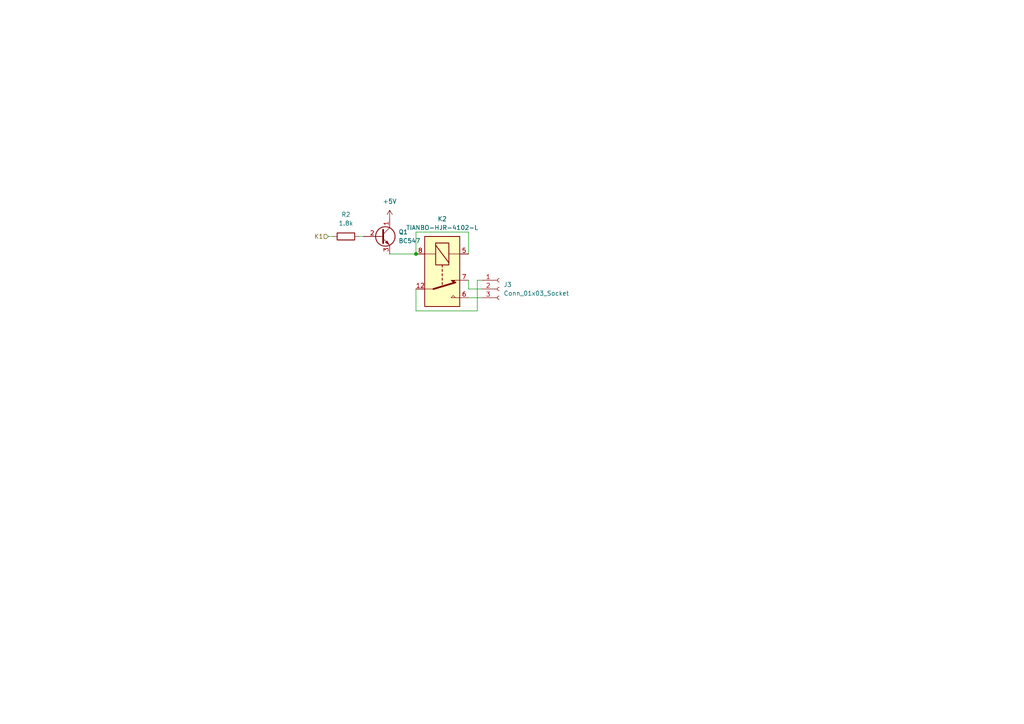
<source format=kicad_sch>
(kicad_sch (version 20231120) (generator "eeschema") (generator_version "8.0")
  (paper "A4")
  (lib_symbols
    (symbol "Connector:Conn_01x03_Socket" (pin_names (offset 1.016) hide)
      (property "Reference" "J" (at 0 5.08 0))
      (property "Value" "Conn_01x03_Socket" (at 0 -5.08 0))
      (symbol "Conn_01x03_Socket_1_1"
        (arc (start 0 -2.032) (mid -0.5058 -2.54) (end 0 -3.048) (stroke (width 0.1524)))
        (polyline (pts (xy -1.27 -2.54) (xy -0.508 -2.54)) (stroke (width 0.1524)))
        (polyline (pts (xy -1.27 0) (xy -0.508 0)) (stroke (width 0.1524)))
        (polyline (pts (xy -1.27 2.54) (xy -0.508 2.54)) (stroke (width 0.1524)))
        (arc (start 0 0.508) (mid -0.5058 0) (end 0 -0.508) (stroke (width 0.1524)))
        (arc (start 0 3.048) (mid -0.5058 2.54) (end 0 2.032) (stroke (width 0.1524)))
        (pin passive line (at -5.08 2.54 0) (length 3.81) (name "Pin_1") (number "1"))
        (pin passive line (at -5.08 0 0) (length 3.81) (name "Pin_2") (number "2"))
        (pin passive line (at -5.08 -2.54 0) (length 3.81) (name "Pin_3") (number "3"))
      )
    )
    (symbol "Device:R" (pin_numbers hide) (pin_names (offset 0))
      (property "Reference" "R" (at 2.032 0 90))
      (property "Value" "R" (at 0 0 90))
      (symbol "R_0_1"
        (rectangle (start -1.016 -2.54) (end 1.016 2.54) (stroke (width 0.254)))
      )
      (symbol "R_1_1"
        (pin passive line (at 0 3.81 270) (length 1.27) (name "~") (number "1"))
        (pin passive line (at 0 -3.81 90) (length 1.27) (name "~") (number "2"))
      )
    )
    (symbol "Relay:TIANBO-HJR-4102-L"
      (property "Reference" "K" (at 11.43 3.81 0))
      (property "Value" "TIANBO-HJR-4102-L" (at 11.43 1.27 0))
      (symbol "TIANBO-HJR-4102-L_0_0"
        (polyline (pts (xy 7.62 5.08) (xy 7.62 2.54) (xy 6.985 3.175) (xy 7.62 3.81)))
      )
      (symbol "TIANBO-HJR-4102-L_0_1"
        (rectangle (start -10.16 5.08) (end 10.16 -5.08) (stroke (width 0.254)) (fill (type background)))
        (rectangle (start -8.255 1.905) (end -1.905 -1.905) (stroke (width 0.254)))
        (polyline (pts (xy -7.62 -1.905) (xy -2.54 1.905)) (stroke (width 0.254)))
        (polyline (pts (xy -5.08 -5.08) (xy -5.08 -1.905)))
        (polyline (pts (xy -5.08 5.08) (xy -5.08 1.905)))
        (polyline (pts (xy -1.905 0) (xy -1.27 0)) (stroke (width 0.254)))
        (polyline (pts (xy -0.635 0) (xy 0 0)) (stroke (width 0.254)))
        (polyline (pts (xy 0.635 0) (xy 1.27 0)) (stroke (width 0.254)))
        (polyline (pts (xy 1.905 0) (xy 2.54 0)) (stroke (width 0.254)))
        (polyline (pts (xy 3.175 0) (xy 3.81 0)) (stroke (width 0.254)))
        (polyline (pts (xy 5.08 -2.54) (xy 3.175 3.81)) (stroke (width 0.508)))
        (polyline (pts (xy 5.08 -2.54) (xy 5.08 -5.08)))
        (polyline (pts (xy 2.54 5.08) (xy 2.54 2.54) (xy 3.175 3.175) (xy 2.54 3.81)) (fill (type outline)))
      )
      (symbol "TIANBO-HJR-4102-L_1_1"
        (pin passive line (at 5.08 -7.62 90) (length 2.54) (name "~") (number "12"))
        (pin passive line (at -5.08 7.62 270) (length 2.54) (name "~") (number "5"))
        (pin passive line (at 7.62 7.62 270) (length 2.54) (name "~") (number "6"))
        (pin passive line (at 2.54 7.62 270) (length 2.54) (name "~") (number "7"))
        (pin passive line (at -5.08 -7.62 90) (length 2.54) (name "~") (number "8"))
      )
    )
    (symbol "Transistor_BJT:BC547" (pin_names (offset 0) hide)
      (property "Reference" "Q" (at 5.08 1.905 0))
      (property "Value" "BC547" (at 5.08 0 0))
      (symbol "BC547_0_1"
        (polyline (pts (xy 0 0) (xy 0.635 0)))
        (polyline (pts (xy 0.635 0.635) (xy 2.54 2.54)))
        (polyline (pts (xy 0.635 -0.635) (xy 2.54 -2.54) (xy 2.54 -2.54)))
        (polyline (pts (xy 0.635 1.905) (xy 0.635 -1.905) (xy 0.635 -1.905)) (stroke (width 0.508)))
        (polyline (pts (xy 1.27 -1.778) (xy 1.778 -1.27) (xy 2.286 -2.286) (xy 1.27 -1.778) (xy 1.27 -1.778)) (fill (type outline)))
        (circle (center 1.27 0) (radius 2.8194) (stroke (width 0.254)))
      )
      (symbol "BC547_1_1"
        (pin passive line (at 2.54 5.08 270) (length 2.54) (name "C") (number "1"))
        (pin input line (at -5.08 0 0) (length 5.08) (name "B") (number "2"))
        (pin passive line (at 2.54 -5.08 90) (length 2.54) (name "E") (number "3"))
      )
    )
    (symbol "power:+5V" (power) (pin_numbers hide) (pin_names (offset 0) hide)
      (property "Value" "+5V" (at 0 3.556 0))
      (symbol "+5V_0_1"
        (polyline (pts (xy -0.762 1.27) (xy 0 2.54)))
        (polyline (pts (xy 0 0) (xy 0 2.54)))
        (polyline (pts (xy 0 2.54) (xy 0.762 1.27)))
      )
      (symbol "+5V_1_1"
        (pin power_in line (at 0 0 90) (length 0) (name "~") (number "1"))
      )
    )
  )
  (junction (at 120.65 73.66))
  (wire (pts (xy 120.65 67.31) (xy 120.65 73.66)))
  (wire (pts (xy 135.89 83.82) (xy 139.7 83.82)))
  (wire (pts (xy 135.89 86.36) (xy 139.7 86.36)))
  (wire (pts (xy 135.89 73.66) (xy 135.89 67.31)))
  (wire (pts (xy 135.89 81.28) (xy 135.89 83.82)))
  (wire (pts (xy 120.65 90.17) (xy 138.43 90.17)))
  (wire (pts (xy 138.43 90.17) (xy 138.43 81.28)))
  (wire (pts (xy 96.52 68.58) (xy 95.25 68.58)))
  (wire (pts (xy 138.43 81.28) (xy 139.7 81.28)))
  (wire (pts (xy 104.14 68.58) (xy 105.41 68.58)))
  (wire (pts (xy 113.03 73.66) (xy 120.65 73.66)))
  (wire (pts (xy 120.65 83.82) (xy 120.65 90.17)))
  (wire (pts (xy 135.89 67.31) (xy 120.65 67.31)))
  (hierarchical_label "K1" (shape input) (at 95.25 68.58 180))
  (symbol (lib_id "Transistor_BJT:BC547") (at 110.49 68.58 0) (unit 1)
    (property "Reference" "Q1" (at 115.57 67.3099 0) (effects (justify left)))
    (property "Value" "BC547" (at 115.57 69.8499 0) (effects (justify left)))
    (property "Footprint" "Package_TO_SOT_THT:TO-92_Inline" (effects (hide yes)))
    (property "Datasheet" "https://www.onsemi.com/pub/Collateral/BC550-D.pdf" (effects (hide yes)))
    (property "Description" "0.1A Ic, 45V Vce, Small Signal NPN Transistor, TO-92" (effects (hide yes)))
    (instances (project "pi-relay-board" (path "" (reference "Q1") (unit 1)) (path "" (reference "Q2") (unit 1)) (path "" (reference "Q3") (unit 1)) (path "" (reference "Q4") (unit 1)) (path "" (reference "Q5") (unit 1)) (path "" (reference "Q6") (unit 1)) (path "" (reference "Q7") (unit 1)) (path "" (reference "Q8") (unit 1)) (path "" (reference "Q9") (unit 1)) (path "" (reference "Q10") (unit 1))))
  )
  (symbol (lib_id "power:+5V") (at 113.03 63.5 0) (unit 1)
    (property "Reference" "#PWR02" (effects (hide yes)))
    (property "Value" "+5V" (at 113.03 58.42 0))
    (property "Description" "Power symbol creates a global label with name \"+5V\"" (effects (hide yes)))
    (instances (project "pi-relay-board" (path "" (reference "#PWR02") (unit 1)) (path "" (reference "#PWR01") (unit 1)) (path "" (reference "#PWR03") (unit 1)) (path "" (reference "#PWR04") (unit 1)) (path "" (reference "#PWR05") (unit 1)) (path "" (reference "#PWR06") (unit 1)) (path "" (reference "#PWR07") (unit 1)) (path "" (reference "#PWR08") (unit 1)) (path "" (reference "#PWR09") (unit 1)) (path "" (reference "#PWR010") (unit 1))))
  )
  (symbol (lib_id "Device:R") (at 100.33 68.58 90) (unit 1)
    (property "Reference" "R2" (at 100.33 62.23 90))
    (property "Value" "1.8k" (at 100.33 64.77 90))
    (property "Footprint" "Resistor_THT:R_Axial_DIN0207_L6.3mm_D2.5mm_P7.62mm_Horizontal" (effects (hide yes)))
    (property "Description" "Resistor" (effects (hide yes)))
    (instances (project "pi-relay-board" (path "" (reference "R2") (unit 1)) (path "" (reference "R1") (unit 1)) (path "" (reference "R3") (unit 1)) (path "" (reference "R4") (unit 1)) (path "" (reference "R5") (unit 1)) (path "" (reference "R6") (unit 1)) (path "" (reference "R7") (unit 1)) (path "" (reference "R8") (unit 1)) (path "" (reference "R9") (unit 1)) (path "" (reference "R10") (unit 1))))
  )
  (symbol (lib_id "Relay:TIANBO-HJR-4102-L") (at 128.27 78.74 270) (unit 1)
    (property "Reference" "K2" (at 128.27 63.5 90))
    (property "Value" "TIANBO-HJR-4102-L" (at 128.27 66.04 90))
    (property "Footprint" "Relay_THT:Relay_SPDT_HJR-4102" (effects (hide yes)))
    (property "Datasheet" "https://cdn-reichelt.de/documents/datenblatt/C300/DS_HJR4102E.pdf" (effects (hide yes)))
    (property "Description" "TIANBO HJR-4102-L, Single Pole Relay, 5mm Pitch, 3A" (effects (hide yes)))
    (instances (project "pi-relay-board" (path "" (reference "K2") (unit 1)) (path "" (reference "K1") (unit 1)) (path "" (reference "K3") (unit 1)) (path "" (reference "K4") (unit 1)) (path "" (reference "K5") (unit 1)) (path "" (reference "K6") (unit 1)) (path "" (reference "K7") (unit 1)) (path "" (reference "K8") (unit 1)) (path "" (reference "K9") (unit 1)) (path "" (reference "K10") (unit 1))))
  )
  (symbol (lib_id "Connector:Conn_01x03_Socket") (at 144.78 83.82 0) (unit 1)
    (property "Reference" "J3" (at 146.05 82.5499 0) (effects (justify left)))
    (property "Value" "Conn_01x03_Socket" (at 146.05 85.0899 0) (effects (justify left)))
    (property "Footprint" "TerminalBlock_Phoenix:TerminalBlock_Phoenix_PT-1,5-3-3.5-H_1x03_P3.50mm_Horizontal" (effects (hide yes)))
    (property "Description" "Generic connector, single row, 01x03, script generated" (effects (hide yes)))
    (instances (project "pi-relay-board" (path "" (reference "J3") (unit 1)) (path "" (reference "J2") (unit 1)) (path "" (reference "J4") (unit 1)) (path "" (reference "J5") (unit 1)) (path "" (reference "J6") (unit 1)) (path "" (reference "J7") (unit 1)) (path "" (reference "J8") (unit 1)) (path "" (reference "J9") (unit 1)) (path "" (reference "J10") (unit 1)) (path "" (reference "J11") (unit 1))))
  )
)
</source>
